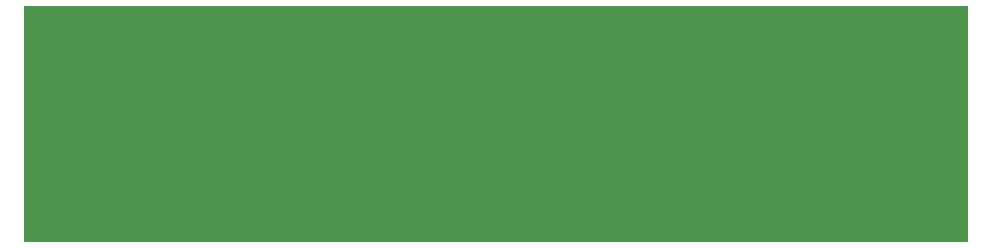
<source format=gts>
%TF.GenerationSoftware,KiCad,Pcbnew,(5.0.0-3-g0214c9d)*%
%TF.CreationDate,2018-10-20T18:36:11-06:00*%
%TF.ProjectId,Touchsensorx1,546F75636873656E736F7278312E6B69,rev?*%
%TF.SameCoordinates,Original*%
%TF.FileFunction,Soldermask,Top*%
%TF.FilePolarity,Negative*%
%FSLAX46Y46*%
G04 Gerber Fmt 4.6, Leading zero omitted, Abs format (unit mm)*
G04 Created by KiCad (PCBNEW (5.0.0-3-g0214c9d)) date Saturday, October 20, 2018 at 06:36:11 PM*
%MOMM*%
%LPD*%
G01*
G04 APERTURE LIST*
%ADD10R,80.000000X20.000000*%
G04 APERTURE END LIST*
D10*
%TO.C,G\002A\002A\002A*%
X385050000Y221650000D03*
%TD*%
M02*

</source>
